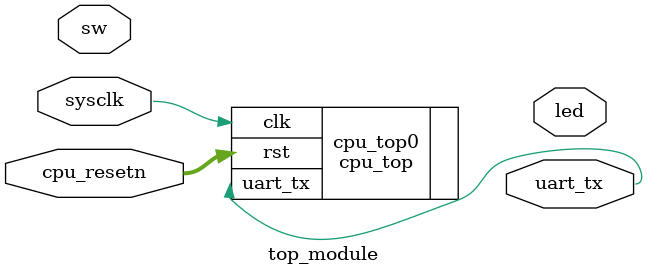
<source format=v>
`timescale 1ns / 1ps


module top_module(
    input sysclk,
    input [7:0] sw,
    input [7:0] cpu_resetn,
    output [7:0] led,
    output wire uart_tx
    );

    cpu_top cpu_top0 (
        .clk(sysclk),
        .rst(cpu_resetn),
        .uart_tx(uart_tx)
    );


endmodule

</source>
